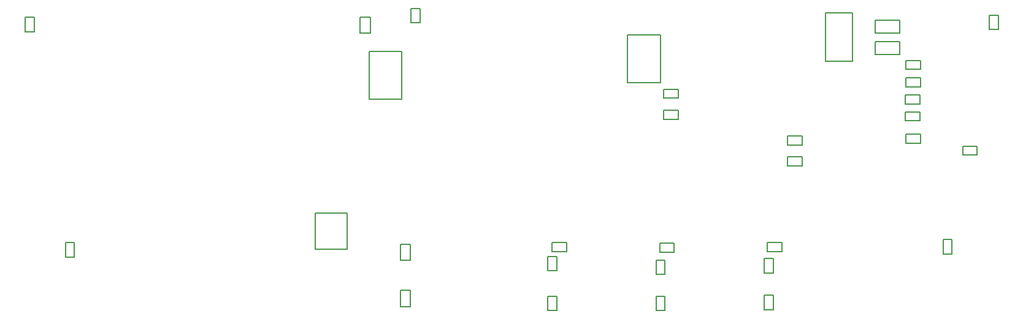
<source format=gbr>
%FSTAX23Y23*%
%MOIN*%
%SFA1B1*%

%IPPOS*%
%ADD12C,0.007874*%
%LNbrushed_pcb_bottom_3d_body-1*%
%LPD*%
G54D12*
X-01072Y-00738D02*
Y-00541D01*
X-00899*
Y-00738D02*
Y-00541D01*
X-01072Y-00738D02*
X-00899D01*
X02139Y-00109D02*
X02218D01*
X02139Y-00159D02*
Y-00109D01*
Y-00159D02*
X02218D01*
Y-00109*
X02527Y-00225D02*
Y-00176D01*
X02448Y-00225D02*
X02527D01*
X02448D02*
Y-00176D01*
X02527*
X00627Y00431D02*
X00804D01*
X00627Y00171D02*
Y00431D01*
Y00171D02*
X00804D01*
Y00431*
X00822Y00018D02*
X00901D01*
X00822Y-00031D02*
Y00018D01*
Y-00031D02*
X00901D01*
Y00018*
X00822Y00134D02*
X00901D01*
X00822Y00085D02*
Y00134D01*
Y00085D02*
X00901D01*
Y00134*
X01496Y-00284D02*
X01574D01*
Y-00235*
X01496D02*
X01574D01*
X01496Y-00284D02*
Y-00235D01*
Y-0017D02*
X01574D01*
Y-00121*
X01496D02*
X01574D01*
X01496Y-0017D02*
Y-00121D01*
X-00608Y-00797D02*
Y-00711D01*
Y-00797D02*
X-00555D01*
Y-00711*
X-00608D02*
X-00555D01*
X-00608Y-00962D02*
X-00555D01*
Y-01049D02*
Y-00962D01*
X-00608Y-01049D02*
X-00555D01*
X-00608D02*
Y-00962D01*
X02218Y00242D02*
Y00291D01*
X02139Y00242D02*
X02218D01*
X02139D02*
Y00291D01*
X02218*
Y00147D02*
Y00197D01*
X02139Y00147D02*
X02218D01*
X02139D02*
Y00197D01*
X02218*
X02216Y00054D02*
Y00104D01*
X02137Y00054D02*
X02216D01*
X02137D02*
Y00104D01*
X02216*
Y-00038D02*
Y00011D01*
X02137Y-00038D02*
X02216D01*
X02137D02*
Y00011D01*
X02216*
X02641Y00459D02*
Y00537D01*
X02592D02*
X02641D01*
X02592Y00459D02*
Y00537D01*
Y00459D02*
X02641D01*
X-02429Y-00781D02*
Y-00702D01*
Y-00781D02*
X-0238D01*
Y-00702*
X-02429D02*
X-0238D01*
X-02648Y00526D02*
X-02599D01*
Y00447D02*
Y00526D01*
X-02648Y00447D02*
X-02599D01*
X-02648D02*
Y00526D01*
X0239Y-00763D02*
Y-00685D01*
X02341D02*
X0239D01*
X02341Y-00763D02*
Y-00685D01*
Y-00763D02*
X0239D01*
X00801Y-00754D02*
X0088D01*
Y-00705*
X00801D02*
X0088D01*
X00801Y-00754D02*
Y-00705D01*
X00215Y-0075D02*
X00294D01*
Y-00701*
X00215D02*
X00294D01*
X00215Y-0075D02*
Y-00701D01*
X01386Y-0075D02*
X01465D01*
Y-00701*
X01386D02*
X01465D01*
X01386Y-0075D02*
Y-00701D01*
X00193Y-00855D02*
X00243D01*
X00193D02*
Y-00776D01*
X00243*
Y-00855D02*
Y-00776D01*
X00241Y-01072D02*
Y-00993D01*
X00191D02*
X00241D01*
X00191Y-01072D02*
Y-00993D01*
Y-01072D02*
X00241D01*
X00781D02*
X0083D01*
X00781D02*
Y-00993D01*
X0083*
Y-01072D02*
Y-00993D01*
X00781Y-00875D02*
X0083D01*
X00781D02*
Y-00796D01*
X0083*
Y-00875D02*
Y-00796D01*
X0142Y-00866D02*
Y-00787D01*
X0137D02*
X0142D01*
X0137Y-00866D02*
Y-00787D01*
Y-00866D02*
X0142D01*
Y-01066D02*
Y-00987D01*
X0137D02*
X0142D01*
X0137Y-01066D02*
Y-00987D01*
Y-01066D02*
X0142D01*
X01973Y00323D02*
Y00394D01*
X02107*
Y00323D02*
Y00394D01*
X01973Y00323D02*
X02107D01*
X01972Y0044D02*
Y00511D01*
X02106*
Y0044D02*
Y00511D01*
X01972Y0044D02*
X02106D01*
X01702Y00549D02*
X01848D01*
X01702Y00285D02*
Y00549D01*
Y00285D02*
X01848D01*
Y00549*
X-00552Y00495D02*
X-00502D01*
X-00552D02*
Y00574D01*
X-00502*
Y00495D02*
Y00574D01*
X-00827Y00525D02*
X-0077D01*
Y00439D02*
Y00525D01*
X-00827Y00439D02*
X-0077D01*
X-00827D02*
Y00525D01*
X-00778Y00078D02*
Y00338D01*
X-00601*
Y00078D02*
Y00338D01*
X-00778Y00078D02*
X-00601D01*
M02*
</source>
